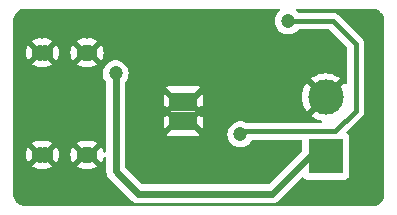
<source format=gbr>
%TF.GenerationSoftware,KiCad,Pcbnew,8.0.2*%
%TF.CreationDate,2024-12-05T16:11:26+05:30*%
%TF.ProjectId,USB PD,55534220-5044-42e6-9b69-6361645f7063,rev?*%
%TF.SameCoordinates,Original*%
%TF.FileFunction,Copper,L2,Bot*%
%TF.FilePolarity,Positive*%
%FSLAX46Y46*%
G04 Gerber Fmt 4.6, Leading zero omitted, Abs format (unit mm)*
G04 Created by KiCad (PCBNEW 8.0.2) date 2024-12-05 16:11:26*
%MOMM*%
%LPD*%
G01*
G04 APERTURE LIST*
%TA.AperFunction,ComponentPad*%
%ADD10C,1.400000*%
%TD*%
%TA.AperFunction,ComponentPad*%
%ADD11C,3.000000*%
%TD*%
%TA.AperFunction,ComponentPad*%
%ADD12R,3.000000X3.000000*%
%TD*%
%TA.AperFunction,ComponentPad*%
%ADD13R,1.150000X1.600000*%
%TD*%
%TA.AperFunction,ViaPad*%
%ADD14C,1.200000*%
%TD*%
%TA.AperFunction,Conductor*%
%ADD15C,0.400000*%
%TD*%
%TA.AperFunction,Conductor*%
%ADD16C,0.600000*%
%TD*%
G04 APERTURE END LIST*
D10*
%TO.P,J1,S1,SHIELD*%
%TO.N,GND*%
X86057500Y-86485000D03*
X85657500Y-95125000D03*
X86057500Y-95125000D03*
X89857500Y-95125000D03*
X89457500Y-95125000D03*
X89457500Y-86485000D03*
X85657500Y-86485000D03*
X89857500Y-86485000D03*
%TD*%
D11*
%TO.P,J2,2,Pin_2*%
%TO.N,GND*%
X109855000Y-90250000D03*
D12*
%TO.P,J2,1,Pin_1*%
%TO.N,VBUS*%
X109855000Y-95250000D03*
%TD*%
D13*
%TO.P,U1,0,GND*%
%TO.N,GND*%
X97215000Y-90640000D03*
X97215000Y-92240000D03*
X98365000Y-90640000D03*
X98365000Y-92240000D03*
%TD*%
D14*
%TO.N,VDD*%
X102635001Y-93404746D03*
X106680000Y-83820000D03*
%TO.N,GND*%
X100268173Y-87065000D03*
%TO.N,VBUS*%
X92073628Y-88242157D03*
%TD*%
D15*
%TO.N,VDD*%
X102889747Y-93150000D02*
X102635001Y-93404746D01*
X110685000Y-93150000D02*
X102889747Y-93150000D01*
X112395000Y-85725000D02*
X112395000Y-91440000D01*
X112395000Y-91440000D02*
X110685000Y-93150000D01*
X110490000Y-83820000D02*
X112395000Y-85725000D01*
X106680000Y-83820000D02*
X110490000Y-83820000D01*
D16*
%TO.N,VBUS*%
X108496479Y-95250000D02*
X109855000Y-95250000D01*
X105321479Y-98425000D02*
X108496479Y-95250000D01*
X93980000Y-98425000D02*
X105321479Y-98425000D01*
X92073628Y-96518628D02*
X93980000Y-98425000D01*
X92073628Y-88242157D02*
X92073628Y-96518628D01*
%TD*%
%TA.AperFunction,Conductor*%
%TO.N,GND*%
G36*
X113770961Y-82749176D02*
G01*
X113940474Y-82764001D01*
X113961753Y-82767752D01*
X114120889Y-82810387D01*
X114141198Y-82817780D01*
X114162855Y-82827878D01*
X114290496Y-82887395D01*
X114309210Y-82898199D01*
X114444156Y-82992685D01*
X114460715Y-83006578D01*
X114567604Y-83113464D01*
X114577203Y-83123062D01*
X114591092Y-83139614D01*
X114685585Y-83274561D01*
X114696389Y-83293274D01*
X114766009Y-83442573D01*
X114773402Y-83462884D01*
X114816039Y-83622007D01*
X114819792Y-83643293D01*
X114834584Y-83812361D01*
X114835056Y-83823169D01*
X114835056Y-83870315D01*
X114835062Y-83870380D01*
X114836925Y-98421860D01*
X114836453Y-98432681D01*
X114821627Y-98602186D01*
X114817875Y-98623471D01*
X114775241Y-98782600D01*
X114767848Y-98802913D01*
X114698233Y-98952209D01*
X114687426Y-98970927D01*
X114592940Y-99105873D01*
X114579047Y-99122431D01*
X114462565Y-99238918D01*
X114446007Y-99252813D01*
X114311066Y-99347303D01*
X114292349Y-99358110D01*
X114143052Y-99427733D01*
X114122740Y-99435126D01*
X113963623Y-99477765D01*
X113942337Y-99481519D01*
X113773452Y-99496298D01*
X113762598Y-99496770D01*
X84509257Y-99486458D01*
X84509083Y-99486440D01*
X84462394Y-99486440D01*
X84451588Y-99485968D01*
X84282067Y-99471134D01*
X84260781Y-99467380D01*
X84101669Y-99424744D01*
X84081359Y-99417352D01*
X83932060Y-99347732D01*
X83913342Y-99336925D01*
X83793216Y-99252813D01*
X83778399Y-99242438D01*
X83761846Y-99228548D01*
X83645361Y-99112063D01*
X83631468Y-99095507D01*
X83536979Y-98960567D01*
X83526172Y-98941848D01*
X83456552Y-98792554D01*
X83449161Y-98772248D01*
X83437925Y-98730320D01*
X83406521Y-98613127D01*
X83402768Y-98591847D01*
X83387947Y-98422506D01*
X83387476Y-98411734D01*
X83387476Y-98377052D01*
X83387476Y-98364822D01*
X83387469Y-98364754D01*
X83387369Y-97624500D01*
X83387030Y-95124999D01*
X84452359Y-95124999D01*
X84452359Y-95125000D01*
X84472878Y-95346439D01*
X84533740Y-95560350D01*
X84632869Y-95759428D01*
X84648637Y-95780308D01*
X84648638Y-95780308D01*
X85257500Y-95171446D01*
X85257500Y-95177661D01*
X85284759Y-95279394D01*
X85337420Y-95370606D01*
X85411894Y-95445080D01*
X85503106Y-95497741D01*
X85604839Y-95525000D01*
X85611052Y-95525000D01*
X85004172Y-96131879D01*
X85004172Y-96131880D01*
X85120321Y-96203797D01*
X85120322Y-96203798D01*
X85327695Y-96284134D01*
X85546307Y-96325000D01*
X85768695Y-96325000D01*
X85768700Y-96324999D01*
X85834714Y-96312659D01*
X85880286Y-96312659D01*
X85946299Y-96324999D01*
X85946305Y-96325000D01*
X86168693Y-96325000D01*
X86387309Y-96284133D01*
X86594668Y-96203801D01*
X86594681Y-96203795D01*
X86710826Y-96131879D01*
X86103947Y-95525000D01*
X86110161Y-95525000D01*
X86211894Y-95497741D01*
X86303106Y-95445080D01*
X86377580Y-95370606D01*
X86430241Y-95279394D01*
X86457500Y-95177661D01*
X86457500Y-95171447D01*
X87066361Y-95780308D01*
X87082131Y-95759425D01*
X87082133Y-95759422D01*
X87181259Y-95560350D01*
X87242121Y-95346439D01*
X87262641Y-95125000D01*
X87262641Y-95124999D01*
X87242121Y-94903560D01*
X87181259Y-94689649D01*
X87082135Y-94490580D01*
X87082130Y-94490572D01*
X87066360Y-94469690D01*
X86457500Y-95078551D01*
X86457500Y-95072339D01*
X86430241Y-94970606D01*
X86377580Y-94879394D01*
X86303106Y-94804920D01*
X86211894Y-94752259D01*
X86110161Y-94725000D01*
X86103947Y-94725000D01*
X86710827Y-94118119D01*
X86594678Y-94046202D01*
X86594677Y-94046201D01*
X86387304Y-93965865D01*
X86168693Y-93925000D01*
X85946306Y-93925000D01*
X85880284Y-93937341D01*
X85834716Y-93937341D01*
X85768694Y-93925000D01*
X85546307Y-93925000D01*
X85327695Y-93965865D01*
X85120324Y-94046200D01*
X85120323Y-94046201D01*
X85004171Y-94118119D01*
X85611053Y-94725000D01*
X85604839Y-94725000D01*
X85503106Y-94752259D01*
X85411894Y-94804920D01*
X85337420Y-94879394D01*
X85284759Y-94970606D01*
X85257500Y-95072339D01*
X85257500Y-95078553D01*
X84648638Y-94469691D01*
X84648637Y-94469691D01*
X84632868Y-94490574D01*
X84533740Y-94689649D01*
X84472878Y-94903560D01*
X84452359Y-95124999D01*
X83387030Y-95124999D01*
X83385860Y-86484999D01*
X84452359Y-86484999D01*
X84452359Y-86485000D01*
X84472878Y-86706439D01*
X84533740Y-86920350D01*
X84632869Y-87119428D01*
X84648637Y-87140308D01*
X84648638Y-87140308D01*
X85257500Y-86531446D01*
X85257500Y-86537661D01*
X85284759Y-86639394D01*
X85337420Y-86730606D01*
X85411894Y-86805080D01*
X85503106Y-86857741D01*
X85604839Y-86885000D01*
X85611052Y-86885000D01*
X85004172Y-87491879D01*
X85004172Y-87491880D01*
X85120321Y-87563797D01*
X85120322Y-87563798D01*
X85327695Y-87644134D01*
X85546307Y-87685000D01*
X85768695Y-87685000D01*
X85768700Y-87684999D01*
X85834714Y-87672659D01*
X85880286Y-87672659D01*
X85946299Y-87684999D01*
X85946305Y-87685000D01*
X86168693Y-87685000D01*
X86387309Y-87644133D01*
X86594668Y-87563801D01*
X86594681Y-87563795D01*
X86710826Y-87491879D01*
X86103947Y-86885000D01*
X86110161Y-86885000D01*
X86211894Y-86857741D01*
X86303106Y-86805080D01*
X86377580Y-86730606D01*
X86430241Y-86639394D01*
X86457500Y-86537661D01*
X86457500Y-86531447D01*
X87066361Y-87140308D01*
X87082131Y-87119425D01*
X87082133Y-87119422D01*
X87181259Y-86920350D01*
X87242121Y-86706439D01*
X87262641Y-86485000D01*
X87262641Y-86484999D01*
X88252359Y-86484999D01*
X88252359Y-86485000D01*
X88272878Y-86706439D01*
X88333740Y-86920350D01*
X88432869Y-87119428D01*
X88448637Y-87140308D01*
X88448638Y-87140308D01*
X89057500Y-86531446D01*
X89057500Y-86537661D01*
X89084759Y-86639394D01*
X89137420Y-86730606D01*
X89211894Y-86805080D01*
X89303106Y-86857741D01*
X89404839Y-86885000D01*
X89411052Y-86885000D01*
X88804172Y-87491879D01*
X88804172Y-87491880D01*
X88920321Y-87563797D01*
X88920322Y-87563798D01*
X89127695Y-87644134D01*
X89346307Y-87685000D01*
X89568695Y-87685000D01*
X89568700Y-87684999D01*
X89634714Y-87672659D01*
X89680286Y-87672659D01*
X89746299Y-87684999D01*
X89746305Y-87685000D01*
X89968693Y-87685000D01*
X90187309Y-87644133D01*
X90394668Y-87563801D01*
X90394681Y-87563795D01*
X90510826Y-87491879D01*
X89903947Y-86885000D01*
X89910161Y-86885000D01*
X90011894Y-86857741D01*
X90103106Y-86805080D01*
X90177580Y-86730606D01*
X90230241Y-86639394D01*
X90257500Y-86537661D01*
X90257500Y-86531447D01*
X90866361Y-87140308D01*
X90882131Y-87119425D01*
X90882133Y-87119422D01*
X90981259Y-86920350D01*
X91042121Y-86706439D01*
X91062641Y-86485000D01*
X91062641Y-86484999D01*
X91042121Y-86263560D01*
X90981259Y-86049649D01*
X90882135Y-85850580D01*
X90882130Y-85850572D01*
X90866360Y-85829690D01*
X90257500Y-86438551D01*
X90257500Y-86432339D01*
X90230241Y-86330606D01*
X90177580Y-86239394D01*
X90103106Y-86164920D01*
X90011894Y-86112259D01*
X89910161Y-86085000D01*
X89903947Y-86085000D01*
X90510827Y-85478119D01*
X90394678Y-85406202D01*
X90394677Y-85406201D01*
X90187304Y-85325865D01*
X89968693Y-85285000D01*
X89746306Y-85285000D01*
X89680284Y-85297341D01*
X89634716Y-85297341D01*
X89568694Y-85285000D01*
X89346307Y-85285000D01*
X89127695Y-85325865D01*
X88920324Y-85406200D01*
X88920323Y-85406201D01*
X88804171Y-85478119D01*
X89411053Y-86085000D01*
X89404839Y-86085000D01*
X89303106Y-86112259D01*
X89211894Y-86164920D01*
X89137420Y-86239394D01*
X89084759Y-86330606D01*
X89057500Y-86432339D01*
X89057500Y-86438553D01*
X88448638Y-85829691D01*
X88448637Y-85829691D01*
X88432868Y-85850574D01*
X88333740Y-86049649D01*
X88272878Y-86263560D01*
X88252359Y-86484999D01*
X87262641Y-86484999D01*
X87242121Y-86263560D01*
X87181259Y-86049649D01*
X87082135Y-85850580D01*
X87082130Y-85850572D01*
X87066360Y-85829690D01*
X86457500Y-86438551D01*
X86457500Y-86432339D01*
X86430241Y-86330606D01*
X86377580Y-86239394D01*
X86303106Y-86164920D01*
X86211894Y-86112259D01*
X86110161Y-86085000D01*
X86103947Y-86085000D01*
X86710827Y-85478119D01*
X86594678Y-85406202D01*
X86594677Y-85406201D01*
X86387304Y-85325865D01*
X86168693Y-85285000D01*
X85946306Y-85285000D01*
X85880284Y-85297341D01*
X85834716Y-85297341D01*
X85768694Y-85285000D01*
X85546307Y-85285000D01*
X85327695Y-85325865D01*
X85120324Y-85406200D01*
X85120323Y-85406201D01*
X85004171Y-85478119D01*
X85611053Y-86085000D01*
X85604839Y-86085000D01*
X85503106Y-86112259D01*
X85411894Y-86164920D01*
X85337420Y-86239394D01*
X85284759Y-86330606D01*
X85257500Y-86432339D01*
X85257500Y-86438553D01*
X84648638Y-85829691D01*
X84648637Y-85829691D01*
X84632868Y-85850574D01*
X84533740Y-86049649D01*
X84472878Y-86263560D01*
X84452359Y-86484999D01*
X83385860Y-86484999D01*
X83385500Y-83825399D01*
X83385971Y-83814609D01*
X83400802Y-83645088D01*
X83404555Y-83623807D01*
X83435954Y-83506624D01*
X83447193Y-83464678D01*
X83454579Y-83444385D01*
X83524207Y-83295069D01*
X83534998Y-83276378D01*
X83629502Y-83141411D01*
X83643380Y-83124873D01*
X83759873Y-83008380D01*
X83776411Y-82994502D01*
X83911378Y-82899998D01*
X83930069Y-82889207D01*
X84079385Y-82819579D01*
X84099678Y-82812193D01*
X84258807Y-82769554D01*
X84280090Y-82765802D01*
X84449605Y-82750972D01*
X84460412Y-82750500D01*
X84509296Y-82750500D01*
X84509327Y-82750496D01*
X105901011Y-82749186D01*
X105968050Y-82768866D01*
X106013808Y-82821668D01*
X106023756Y-82890826D01*
X105994735Y-82954383D01*
X105984555Y-82964823D01*
X105863237Y-83075418D01*
X105740327Y-83238178D01*
X105649422Y-83420739D01*
X105649417Y-83420752D01*
X105593602Y-83616917D01*
X105574785Y-83819999D01*
X105574785Y-83820000D01*
X105593602Y-84023082D01*
X105649417Y-84219247D01*
X105649422Y-84219260D01*
X105740327Y-84401821D01*
X105863237Y-84564581D01*
X106013958Y-84701980D01*
X106013960Y-84701982D01*
X106113141Y-84763392D01*
X106187363Y-84809348D01*
X106377544Y-84883024D01*
X106578024Y-84920500D01*
X106578026Y-84920500D01*
X106781974Y-84920500D01*
X106781976Y-84920500D01*
X106982456Y-84883024D01*
X107172637Y-84809348D01*
X107346041Y-84701981D01*
X107496764Y-84564579D01*
X107496765Y-84564578D01*
X107500063Y-84560961D01*
X107559774Y-84524680D01*
X107591699Y-84520500D01*
X110148481Y-84520500D01*
X110215520Y-84540185D01*
X110236162Y-84556819D01*
X111658181Y-85978838D01*
X111691666Y-86040161D01*
X111694500Y-86066519D01*
X111694500Y-88997373D01*
X111674815Y-89064412D01*
X111622011Y-89110167D01*
X111552853Y-89120111D01*
X111489297Y-89091086D01*
X111471233Y-89071684D01*
X111435115Y-89023436D01*
X110494309Y-89964242D01*
X110475332Y-89918426D01*
X110398726Y-89803776D01*
X110301224Y-89706274D01*
X110186574Y-89629668D01*
X110140756Y-89610689D01*
X111081562Y-88669883D01*
X111081561Y-88669882D01*
X110939046Y-88563196D01*
X110939038Y-88563191D01*
X110687957Y-88426091D01*
X110687958Y-88426091D01*
X110419895Y-88326109D01*
X110140362Y-88265300D01*
X109855001Y-88244891D01*
X109854999Y-88244891D01*
X109569637Y-88265300D01*
X109290104Y-88326109D01*
X109022041Y-88426091D01*
X108770961Y-88563191D01*
X108770953Y-88563196D01*
X108628437Y-88669882D01*
X108628436Y-88669883D01*
X109569243Y-89610689D01*
X109523426Y-89629668D01*
X109408776Y-89706274D01*
X109311274Y-89803776D01*
X109234668Y-89918426D01*
X109215690Y-89964243D01*
X108274883Y-89023436D01*
X108274882Y-89023437D01*
X108168196Y-89165953D01*
X108168191Y-89165961D01*
X108031091Y-89417041D01*
X107931109Y-89685104D01*
X107870300Y-89964637D01*
X107849891Y-90249998D01*
X107849891Y-90250001D01*
X107870300Y-90535362D01*
X107931109Y-90814895D01*
X108031091Y-91082958D01*
X108168191Y-91334038D01*
X108168196Y-91334046D01*
X108274882Y-91476561D01*
X108274883Y-91476562D01*
X109215689Y-90535756D01*
X109234668Y-90581574D01*
X109311274Y-90696224D01*
X109408776Y-90793726D01*
X109523426Y-90870332D01*
X109569242Y-90889309D01*
X108628436Y-91830115D01*
X108770960Y-91936807D01*
X108770961Y-91936808D01*
X109022042Y-92073908D01*
X109022041Y-92073908D01*
X109290104Y-92173890D01*
X109430051Y-92204334D01*
X109491374Y-92237819D01*
X109524859Y-92299142D01*
X109519875Y-92368834D01*
X109478003Y-92424767D01*
X109412539Y-92449184D01*
X109403693Y-92449500D01*
X103217996Y-92449500D01*
X103152719Y-92430927D01*
X103127643Y-92415401D01*
X103127636Y-92415397D01*
X103032547Y-92378560D01*
X102937457Y-92341722D01*
X102736977Y-92304246D01*
X102533025Y-92304246D01*
X102332545Y-92341722D01*
X102332542Y-92341722D01*
X102332542Y-92341723D01*
X102142365Y-92415397D01*
X102142358Y-92415401D01*
X101968961Y-92522763D01*
X101968959Y-92522765D01*
X101818238Y-92660164D01*
X101695328Y-92822924D01*
X101604423Y-93005485D01*
X101604418Y-93005498D01*
X101548603Y-93201663D01*
X101529786Y-93404745D01*
X101529786Y-93404746D01*
X101548603Y-93607828D01*
X101604418Y-93803993D01*
X101604423Y-93804006D01*
X101695328Y-93986567D01*
X101818238Y-94149327D01*
X101968959Y-94286726D01*
X101968961Y-94286728D01*
X102068142Y-94348138D01*
X102142364Y-94394094D01*
X102332545Y-94467770D01*
X102533025Y-94505246D01*
X102533027Y-94505246D01*
X102736975Y-94505246D01*
X102736977Y-94505246D01*
X102937457Y-94467770D01*
X103127638Y-94394094D01*
X103301042Y-94286727D01*
X103451765Y-94149325D01*
X103574674Y-93986567D01*
X103608205Y-93919226D01*
X103655706Y-93867992D01*
X103719204Y-93850500D01*
X107730500Y-93850500D01*
X107797539Y-93870185D01*
X107843294Y-93922989D01*
X107854500Y-93974500D01*
X107854500Y-94708538D01*
X107834815Y-94775577D01*
X107818181Y-94796219D01*
X105026220Y-97588181D01*
X104964897Y-97621666D01*
X104938539Y-97624500D01*
X94362940Y-97624500D01*
X94295901Y-97604815D01*
X94275259Y-97588181D01*
X92910447Y-96223369D01*
X92876962Y-96162046D01*
X92874128Y-96135688D01*
X92874128Y-91833260D01*
X96140000Y-91833260D01*
X96140000Y-92961447D01*
X96861447Y-92240000D01*
X96821665Y-92200218D01*
X97015000Y-92200218D01*
X97015000Y-92279782D01*
X97045448Y-92353291D01*
X97101709Y-92409552D01*
X97175218Y-92440000D01*
X97254782Y-92440000D01*
X97328291Y-92409552D01*
X97384552Y-92353291D01*
X97415000Y-92279782D01*
X97415000Y-92200218D01*
X97384552Y-92126709D01*
X97328291Y-92070448D01*
X97254782Y-92040000D01*
X97175218Y-92040000D01*
X97101709Y-92070448D01*
X97045448Y-92126709D01*
X97015000Y-92200218D01*
X96821665Y-92200218D01*
X96415000Y-91793553D01*
X96414999Y-91793553D01*
X96340357Y-91868195D01*
X96279034Y-91901680D01*
X96209342Y-91896696D01*
X96153409Y-91854824D01*
X96145010Y-91842029D01*
X96140000Y-91833260D01*
X92874128Y-91833260D01*
X92874128Y-91046737D01*
X96140000Y-91046737D01*
X96145010Y-91037969D01*
X96195359Y-90989526D01*
X96263906Y-90975994D01*
X96328887Y-91001669D01*
X96340358Y-91011803D01*
X96415000Y-91086445D01*
X96861447Y-90640000D01*
X96861447Y-90639999D01*
X96821666Y-90600218D01*
X97015000Y-90600218D01*
X97015000Y-90679782D01*
X97045448Y-90753291D01*
X97101709Y-90809552D01*
X97175218Y-90840000D01*
X97254782Y-90840000D01*
X97328291Y-90809552D01*
X97384552Y-90753291D01*
X97415000Y-90679782D01*
X97415000Y-90600218D01*
X97384552Y-90526709D01*
X97328291Y-90470448D01*
X97254782Y-90440000D01*
X97175218Y-90440000D01*
X97101709Y-90470448D01*
X97045448Y-90526709D01*
X97015000Y-90600218D01*
X96821666Y-90600218D01*
X96140000Y-89918552D01*
X96140000Y-91046737D01*
X92874128Y-91046737D01*
X92874128Y-89427775D01*
X96356328Y-89427775D01*
X97480872Y-90552319D01*
X97514357Y-90613642D01*
X97509373Y-90683334D01*
X97480872Y-90727681D01*
X96768553Y-91440000D01*
X97480872Y-92152319D01*
X97514357Y-92213642D01*
X97509373Y-92283334D01*
X97480872Y-92327681D01*
X96356329Y-93452223D01*
X96397909Y-93483351D01*
X96532623Y-93533597D01*
X96532627Y-93533598D01*
X96592155Y-93539999D01*
X96592172Y-93540000D01*
X98987828Y-93540000D01*
X98987844Y-93539999D01*
X99047372Y-93533598D01*
X99047376Y-93533597D01*
X99182090Y-93483352D01*
X99223669Y-93452223D01*
X98099127Y-92327681D01*
X98065642Y-92266358D01*
X98070372Y-92200218D01*
X98165000Y-92200218D01*
X98165000Y-92279782D01*
X98195448Y-92353291D01*
X98251709Y-92409552D01*
X98325218Y-92440000D01*
X98404782Y-92440000D01*
X98478291Y-92409552D01*
X98534552Y-92353291D01*
X98565000Y-92279782D01*
X98565000Y-92239999D01*
X98718553Y-92239999D01*
X98718553Y-92240001D01*
X99439999Y-92961447D01*
X99440000Y-92961446D01*
X99440000Y-91833259D01*
X99439999Y-91833259D01*
X99434988Y-91842031D01*
X99384639Y-91890474D01*
X99316092Y-91904005D01*
X99251111Y-91878330D01*
X99239642Y-91868196D01*
X99164999Y-91793553D01*
X99164998Y-91793553D01*
X98718553Y-92239999D01*
X98565000Y-92239999D01*
X98565000Y-92200218D01*
X98534552Y-92126709D01*
X98478291Y-92070448D01*
X98404782Y-92040000D01*
X98325218Y-92040000D01*
X98251709Y-92070448D01*
X98195448Y-92126709D01*
X98165000Y-92200218D01*
X98070372Y-92200218D01*
X98070626Y-92196666D01*
X98099127Y-92152319D01*
X98365000Y-91886447D01*
X98811446Y-91440000D01*
X98099127Y-90727681D01*
X98065642Y-90666358D01*
X98070372Y-90600218D01*
X98165000Y-90600218D01*
X98165000Y-90679782D01*
X98195448Y-90753291D01*
X98251709Y-90809552D01*
X98325218Y-90840000D01*
X98404782Y-90840000D01*
X98478291Y-90809552D01*
X98534552Y-90753291D01*
X98565000Y-90679782D01*
X98565000Y-90639999D01*
X98718553Y-90639999D01*
X98718553Y-90640000D01*
X99164998Y-91086446D01*
X99164999Y-91086446D01*
X99239642Y-91011803D01*
X99300965Y-90978318D01*
X99370657Y-90983302D01*
X99426590Y-91025174D01*
X99434989Y-91037969D01*
X99440000Y-91046739D01*
X99440000Y-89918553D01*
X99439999Y-89918552D01*
X98718553Y-90639999D01*
X98565000Y-90639999D01*
X98565000Y-90600218D01*
X98534552Y-90526709D01*
X98478291Y-90470448D01*
X98404782Y-90440000D01*
X98325218Y-90440000D01*
X98251709Y-90470448D01*
X98195448Y-90526709D01*
X98165000Y-90600218D01*
X98070372Y-90600218D01*
X98070626Y-90596666D01*
X98099127Y-90552319D01*
X98365000Y-90286447D01*
X99223670Y-89427775D01*
X99182090Y-89396648D01*
X99047376Y-89346402D01*
X99047372Y-89346401D01*
X98987844Y-89340000D01*
X96592155Y-89340000D01*
X96532627Y-89346401D01*
X96532620Y-89346403D01*
X96397913Y-89396645D01*
X96397910Y-89396647D01*
X96356328Y-89427775D01*
X92874128Y-89427775D01*
X92874128Y-89049833D01*
X92893813Y-88982794D01*
X92899167Y-88975115D01*
X93013301Y-88823978D01*
X93104210Y-88641407D01*
X93160025Y-88445240D01*
X93178843Y-88242157D01*
X93160025Y-88039074D01*
X93104210Y-87842907D01*
X93013301Y-87660336D01*
X92890392Y-87497578D01*
X92890390Y-87497575D01*
X92739669Y-87360176D01*
X92739667Y-87360174D01*
X92566270Y-87252812D01*
X92566263Y-87252808D01*
X92471174Y-87215971D01*
X92376084Y-87179133D01*
X92175604Y-87141657D01*
X91971652Y-87141657D01*
X91771172Y-87179133D01*
X91771169Y-87179133D01*
X91771169Y-87179134D01*
X91580992Y-87252808D01*
X91580985Y-87252812D01*
X91407588Y-87360174D01*
X91407586Y-87360176D01*
X91256865Y-87497575D01*
X91133955Y-87660335D01*
X91043050Y-87842896D01*
X91043045Y-87842909D01*
X90987230Y-88039074D01*
X90968413Y-88242156D01*
X90968413Y-88242157D01*
X90987230Y-88445239D01*
X91043045Y-88641404D01*
X91043050Y-88641417D01*
X91133955Y-88823978D01*
X91248082Y-88975107D01*
X91272774Y-89040467D01*
X91273128Y-89049833D01*
X91273128Y-94826534D01*
X91253443Y-94893573D01*
X91200639Y-94939328D01*
X91131481Y-94949272D01*
X91067925Y-94920247D01*
X91030151Y-94861469D01*
X91029861Y-94860468D01*
X90981259Y-94689649D01*
X90882135Y-94490580D01*
X90882130Y-94490572D01*
X90866360Y-94469690D01*
X90257500Y-95078551D01*
X90257500Y-95072339D01*
X90230241Y-94970606D01*
X90177580Y-94879394D01*
X90103106Y-94804920D01*
X90011894Y-94752259D01*
X89910161Y-94725000D01*
X89903947Y-94725000D01*
X90510827Y-94118119D01*
X90394678Y-94046202D01*
X90394677Y-94046201D01*
X90187304Y-93965865D01*
X89968693Y-93925000D01*
X89746306Y-93925000D01*
X89680284Y-93937341D01*
X89634716Y-93937341D01*
X89568694Y-93925000D01*
X89346307Y-93925000D01*
X89127695Y-93965865D01*
X88920324Y-94046200D01*
X88920323Y-94046201D01*
X88804171Y-94118119D01*
X89411053Y-94725000D01*
X89404839Y-94725000D01*
X89303106Y-94752259D01*
X89211894Y-94804920D01*
X89137420Y-94879394D01*
X89084759Y-94970606D01*
X89057500Y-95072339D01*
X89057500Y-95078553D01*
X88448638Y-94469691D01*
X88448637Y-94469691D01*
X88432868Y-94490574D01*
X88333740Y-94689649D01*
X88272878Y-94903560D01*
X88252359Y-95124999D01*
X88252359Y-95125000D01*
X88272878Y-95346439D01*
X88333740Y-95560350D01*
X88432869Y-95759428D01*
X88448637Y-95780308D01*
X88448638Y-95780308D01*
X89057500Y-95171446D01*
X89057500Y-95177661D01*
X89084759Y-95279394D01*
X89137420Y-95370606D01*
X89211894Y-95445080D01*
X89303106Y-95497741D01*
X89404839Y-95525000D01*
X89411052Y-95525000D01*
X88804172Y-96131879D01*
X88804172Y-96131880D01*
X88920321Y-96203797D01*
X88920322Y-96203798D01*
X89127695Y-96284134D01*
X89346307Y-96325000D01*
X89568695Y-96325000D01*
X89568700Y-96324999D01*
X89634714Y-96312659D01*
X89680286Y-96312659D01*
X89746299Y-96324999D01*
X89746305Y-96325000D01*
X89968693Y-96325000D01*
X90187309Y-96284133D01*
X90394668Y-96203801D01*
X90394681Y-96203795D01*
X90510826Y-96131879D01*
X89903947Y-95525000D01*
X89910161Y-95525000D01*
X90011894Y-95497741D01*
X90103106Y-95445080D01*
X90177580Y-95370606D01*
X90230241Y-95279394D01*
X90257500Y-95177661D01*
X90257500Y-95171447D01*
X90866361Y-95780308D01*
X90882131Y-95759425D01*
X90882133Y-95759422D01*
X90981260Y-95560349D01*
X91029861Y-95389532D01*
X91067140Y-95330438D01*
X91130450Y-95300880D01*
X91199689Y-95310242D01*
X91252876Y-95355551D01*
X91273124Y-95422423D01*
X91273128Y-95423465D01*
X91273128Y-96597474D01*
X91303889Y-96752117D01*
X91303892Y-96752129D01*
X91364230Y-96897800D01*
X91364237Y-96897813D01*
X91451838Y-97028916D01*
X91451841Y-97028920D01*
X93358211Y-98935289D01*
X93469708Y-99046786D01*
X93469712Y-99046790D01*
X93600814Y-99134390D01*
X93600827Y-99134397D01*
X93746498Y-99194735D01*
X93746503Y-99194737D01*
X93746507Y-99194737D01*
X93746508Y-99194738D01*
X93901154Y-99225500D01*
X93901157Y-99225500D01*
X105400323Y-99225500D01*
X105400324Y-99225499D01*
X105554976Y-99194737D01*
X105700658Y-99134394D01*
X105831768Y-99046789D01*
X107799323Y-97079232D01*
X107860644Y-97045749D01*
X107930335Y-97050733D01*
X107986268Y-97092604D01*
X107997452Y-97107544D01*
X107997455Y-97107547D01*
X108112664Y-97193793D01*
X108112671Y-97193797D01*
X108247517Y-97244091D01*
X108247516Y-97244091D01*
X108254444Y-97244835D01*
X108307127Y-97250500D01*
X111402872Y-97250499D01*
X111462483Y-97244091D01*
X111597331Y-97193796D01*
X111712546Y-97107546D01*
X111798796Y-96992331D01*
X111849091Y-96857483D01*
X111855500Y-96797873D01*
X111855499Y-93702128D01*
X111849091Y-93642517D01*
X111836153Y-93607829D01*
X111798797Y-93507671D01*
X111798793Y-93507664D01*
X111712548Y-93392456D01*
X111712546Y-93392455D01*
X111712546Y-93392454D01*
X111667349Y-93358619D01*
X111625480Y-93302688D01*
X111620496Y-93232997D01*
X111653979Y-93171676D01*
X112939114Y-91886543D01*
X113015775Y-91771811D01*
X113068580Y-91644329D01*
X113068580Y-91644325D01*
X113068582Y-91644322D01*
X113073934Y-91617411D01*
X113073934Y-91617409D01*
X113095500Y-91508993D01*
X113095500Y-85656007D01*
X113095500Y-85656004D01*
X113068581Y-85520677D01*
X113068580Y-85520676D01*
X113068580Y-85520672D01*
X113050954Y-85478119D01*
X113015777Y-85393192D01*
X112939112Y-85278454D01*
X110936545Y-83275887D01*
X110821807Y-83199222D01*
X110694332Y-83146421D01*
X110694322Y-83146418D01*
X110558996Y-83119500D01*
X110558994Y-83119500D01*
X110558993Y-83119500D01*
X107591699Y-83119500D01*
X107524660Y-83099815D01*
X107500063Y-83079039D01*
X107496765Y-83075421D01*
X107375340Y-82964728D01*
X107339058Y-82905017D01*
X107340819Y-82835169D01*
X107380062Y-82777362D01*
X107444329Y-82749947D01*
X107458865Y-82749091D01*
X113760164Y-82748705D01*
X113770961Y-82749176D01*
G37*
%TD.AperFunction*%
%TD*%
M02*

</source>
